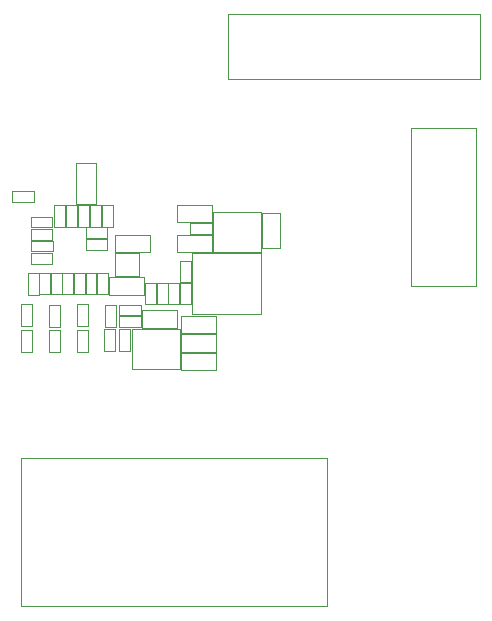
<source format=gbr>
G04 #@! TF.GenerationSoftware,KiCad,Pcbnew,8.0.0-rc1*
G04 #@! TF.CreationDate,2025-03-14T12:06:18+03:00*
G04 #@! TF.ProjectId,Movita_IO_Expansion_Board_V2.0,4d6f7669-7461-45f4-994f-5f457870616e,REV1*
G04 #@! TF.SameCoordinates,Original*
G04 #@! TF.FileFunction,Other,User*
%FSLAX46Y46*%
G04 Gerber Fmt 4.6, Leading zero omitted, Abs format (unit mm)*
G04 Created by KiCad (PCBNEW 8.0.0-rc1) date 2025-03-14 12:06:18*
%MOMM*%
%LPD*%
G01*
G04 APERTURE LIST*
%ADD10C,0.050000*%
G04 APERTURE END LIST*
D10*
X129319990Y-78969990D02*
X132279990Y-78969990D01*
X129319990Y-80429990D02*
X129319990Y-78969990D01*
X132279990Y-78969990D02*
X132279990Y-80429990D01*
X132279990Y-80429990D02*
X129319990Y-80429990D01*
X124060000Y-76980000D02*
X124980000Y-76980000D01*
X124060000Y-78800000D02*
X124060000Y-76980000D01*
X124980000Y-76980000D02*
X124980000Y-78800000D01*
X124980000Y-78800000D02*
X124060000Y-78800000D01*
X118292500Y-72230000D02*
X119212500Y-72230000D01*
X118292500Y-74050000D02*
X118292500Y-72230000D01*
X119212500Y-72230000D02*
X119212500Y-74050000D01*
X119212500Y-74050000D02*
X118292500Y-74050000D01*
X122830000Y-76980000D02*
X123750000Y-76980000D01*
X122830000Y-78800000D02*
X122830000Y-76980000D01*
X123750000Y-76980000D02*
X123750000Y-78800000D01*
X123750000Y-78800000D02*
X122830000Y-78800000D01*
X115780000Y-87918297D02*
X115780000Y-100418297D01*
X115780000Y-100418297D02*
X141680000Y-100418297D01*
X141680000Y-87918297D02*
X115780000Y-87918297D01*
X141680000Y-100418297D02*
X141680000Y-87918297D01*
X117312500Y-72230000D02*
X118232500Y-72230000D01*
X117312500Y-74050000D02*
X117312500Y-72230000D01*
X118232500Y-72230000D02*
X118232500Y-74050000D01*
X118232500Y-74050000D02*
X117312500Y-74050000D01*
X121590000Y-66490000D02*
X122510000Y-66490000D01*
X121590000Y-68310000D02*
X121590000Y-66490000D01*
X122510000Y-66490000D02*
X122510000Y-68310000D01*
X122510000Y-68310000D02*
X121590000Y-68310000D01*
X133262097Y-50340000D02*
X154602097Y-50340000D01*
X154602097Y-55840000D01*
X133262097Y-55840000D01*
X133262097Y-50340000D01*
X123192500Y-72600000D02*
X126152500Y-72600000D01*
X123192500Y-74060000D02*
X123192500Y-72600000D01*
X126152500Y-72600000D02*
X126152500Y-74060000D01*
X126152500Y-74060000D02*
X123192500Y-74060000D01*
X118120000Y-77020000D02*
X119060000Y-77020000D01*
X118120000Y-78880000D02*
X118120000Y-77020000D01*
X119060000Y-77020000D02*
X119060000Y-78880000D01*
X119060000Y-78880000D02*
X118120000Y-78880000D01*
X123720000Y-70510000D02*
X123720000Y-72510000D01*
X123720000Y-70510000D02*
X125720000Y-70510000D01*
X125720000Y-72510000D02*
X123720000Y-72510000D01*
X125720000Y-72510000D02*
X125720000Y-70510000D01*
X121229990Y-68379990D02*
X123049990Y-68379990D01*
X121229990Y-69299990D02*
X121229990Y-68379990D01*
X123049990Y-68379990D02*
X123049990Y-69299990D01*
X123049990Y-69299990D02*
X121229990Y-69299990D01*
X116600000Y-67460000D02*
X118420000Y-67460000D01*
X116600000Y-68380000D02*
X116600000Y-67460000D01*
X118420000Y-67460000D02*
X118420000Y-68380000D01*
X118420000Y-68380000D02*
X116600000Y-68380000D01*
X116332500Y-72240000D02*
X117252500Y-72240000D01*
X116332500Y-74060000D02*
X116332500Y-72240000D01*
X117252500Y-72240000D02*
X117252500Y-74060000D01*
X117252500Y-74060000D02*
X116332500Y-74060000D01*
X128940000Y-66460000D02*
X131900000Y-66460000D01*
X128940000Y-67920000D02*
X128940000Y-66460000D01*
X131900000Y-66460000D02*
X131900000Y-67920000D01*
X131900000Y-67920000D02*
X128940000Y-67920000D01*
X114999990Y-65290000D02*
X116819990Y-65290000D01*
X114999990Y-66210000D02*
X114999990Y-65290000D01*
X116819990Y-65290000D02*
X116819990Y-66210000D01*
X116819990Y-66210000D02*
X114999990Y-66210000D01*
X129240000Y-73070000D02*
X130160000Y-73070000D01*
X129240000Y-74890000D02*
X129240000Y-73070000D01*
X130160000Y-73070000D02*
X130160000Y-74890000D01*
X130160000Y-74890000D02*
X129240000Y-74890000D01*
X129340000Y-77420000D02*
X132300000Y-77420000D01*
X129340000Y-78880000D02*
X129340000Y-77420000D01*
X132300000Y-77420000D02*
X132300000Y-78880000D01*
X132300000Y-78880000D02*
X129340000Y-78880000D01*
X132000000Y-67060000D02*
X132000000Y-70460000D01*
X132000000Y-70460000D02*
X136100000Y-70460000D01*
X136100000Y-67060000D02*
X132000000Y-67060000D01*
X136100000Y-70460000D02*
X136100000Y-67060000D01*
X129240000Y-71180000D02*
X130160000Y-71180000D01*
X129240000Y-73000000D02*
X129240000Y-71180000D01*
X130160000Y-71180000D02*
X130160000Y-73000000D01*
X130160000Y-73000000D02*
X129240000Y-73000000D01*
X116600000Y-68480000D02*
X118420000Y-68480000D01*
X116600000Y-69400000D02*
X116600000Y-68480000D01*
X118420000Y-68480000D02*
X118420000Y-69400000D01*
X118420000Y-69400000D02*
X116600000Y-69400000D01*
X123729990Y-68989990D02*
X126689990Y-68989990D01*
X123729990Y-70449990D02*
X123729990Y-68989990D01*
X126689990Y-68989990D02*
X126689990Y-70449990D01*
X126689990Y-70449990D02*
X123729990Y-70449990D01*
X121232500Y-72230000D02*
X122152500Y-72230000D01*
X121232500Y-74050000D02*
X121232500Y-72230000D01*
X122152500Y-72230000D02*
X122152500Y-74050000D01*
X122152500Y-74050000D02*
X121232500Y-74050000D01*
X120500000Y-77020000D02*
X121440000Y-77020000D01*
X120500000Y-78880000D02*
X120500000Y-77020000D01*
X121440000Y-77020000D02*
X121440000Y-78880000D01*
X121440000Y-78880000D02*
X120500000Y-78880000D01*
X120590000Y-66490000D02*
X121510000Y-66490000D01*
X120590000Y-68310000D02*
X120590000Y-66490000D01*
X121510000Y-66490000D02*
X121510000Y-68310000D01*
X121510000Y-68310000D02*
X120590000Y-68310000D01*
X129340000Y-75885000D02*
X132300000Y-75885000D01*
X129340000Y-77345000D02*
X129340000Y-75885000D01*
X132300000Y-75885000D02*
X132300000Y-77345000D01*
X132300000Y-77345000D02*
X129340000Y-77345000D01*
X122860000Y-74960000D02*
X123800000Y-74960000D01*
X122860000Y-76820000D02*
X122860000Y-74960000D01*
X123800000Y-74960000D02*
X123800000Y-76820000D01*
X123800000Y-76820000D02*
X122860000Y-76820000D01*
X115740000Y-77040000D02*
X116680000Y-77040000D01*
X115740000Y-78900000D02*
X115740000Y-77040000D01*
X116680000Y-77040000D02*
X116680000Y-78900000D01*
X116680000Y-78900000D02*
X115740000Y-78900000D01*
X128970000Y-68990000D02*
X131930000Y-68990000D01*
X128970000Y-70450000D02*
X128970000Y-68990000D01*
X131930000Y-68990000D02*
X131930000Y-70450000D01*
X131930000Y-70450000D02*
X128970000Y-70450000D01*
X118110000Y-74930000D02*
X119050000Y-74930000D01*
X118110000Y-76790000D02*
X118110000Y-74930000D01*
X119050000Y-74930000D02*
X119050000Y-76790000D01*
X119050000Y-76790000D02*
X118110000Y-76790000D01*
X124080000Y-74910000D02*
X125900000Y-74910000D01*
X124080000Y-75830000D02*
X124080000Y-74910000D01*
X125900000Y-74910000D02*
X125900000Y-75830000D01*
X125900000Y-75830000D02*
X124080000Y-75830000D01*
X130100000Y-67990000D02*
X131920000Y-67990000D01*
X130100000Y-68910000D02*
X130100000Y-67990000D01*
X131920000Y-67990000D02*
X131920000Y-68910000D01*
X131920000Y-68910000D02*
X130100000Y-68910000D01*
X130226736Y-75690000D02*
X136096736Y-75690000D01*
X136096736Y-70570000D01*
X130226736Y-70570000D01*
X130226736Y-75690000D01*
X116610000Y-69490000D02*
X118430000Y-69490000D01*
X116610000Y-70410000D02*
X116610000Y-69490000D01*
X118430000Y-69490000D02*
X118430000Y-70410000D01*
X118430000Y-70410000D02*
X116610000Y-70410000D01*
X119272500Y-72230000D02*
X120192500Y-72230000D01*
X119272500Y-74050000D02*
X119272500Y-72230000D01*
X120192500Y-72230000D02*
X120192500Y-74050000D01*
X120192500Y-74050000D02*
X119272500Y-74050000D01*
X116590000Y-70510000D02*
X118410000Y-70510000D01*
X116590000Y-71430000D02*
X116590000Y-70510000D01*
X118410000Y-70510000D02*
X118410000Y-71430000D01*
X118410000Y-71430000D02*
X116590000Y-71430000D01*
X118560000Y-66490000D02*
X119480000Y-66490000D01*
X118560000Y-68310000D02*
X118560000Y-66490000D01*
X119480000Y-66490000D02*
X119480000Y-68310000D01*
X119480000Y-68310000D02*
X118560000Y-68310000D01*
X121229990Y-69379990D02*
X123049990Y-69379990D01*
X121229990Y-70299990D02*
X121229990Y-69379990D01*
X123049990Y-69379990D02*
X123049990Y-70299990D01*
X123049990Y-70299990D02*
X121229990Y-70299990D01*
X126035000Y-75390000D02*
X128995000Y-75390000D01*
X126035000Y-76850000D02*
X126035000Y-75390000D01*
X128995000Y-75390000D02*
X128995000Y-76850000D01*
X128995000Y-76850000D02*
X126035000Y-76850000D01*
X127250000Y-73070000D02*
X128170000Y-73070000D01*
X127250000Y-74890000D02*
X127250000Y-73070000D01*
X128170000Y-73070000D02*
X128170000Y-74890000D01*
X128170000Y-74890000D02*
X127250000Y-74890000D01*
X124070000Y-75890000D02*
X125890000Y-75890000D01*
X124070000Y-76810000D02*
X124070000Y-75890000D01*
X125890000Y-75890000D02*
X125890000Y-76810000D01*
X125890000Y-76810000D02*
X124070000Y-76810000D01*
X136199990Y-67139990D02*
X137659990Y-67139990D01*
X136199990Y-70099990D02*
X136199990Y-67139990D01*
X137659990Y-67139990D02*
X137659990Y-70099990D01*
X137659990Y-70099990D02*
X136199990Y-70099990D01*
X122620000Y-66490000D02*
X123540000Y-66490000D01*
X122620000Y-68310000D02*
X122620000Y-66490000D01*
X123540000Y-66490000D02*
X123540000Y-68310000D01*
X123540000Y-68310000D02*
X122620000Y-68310000D01*
X122212500Y-72230000D02*
X123132500Y-72230000D01*
X122212500Y-74050000D02*
X122212500Y-72230000D01*
X123132500Y-72230000D02*
X123132500Y-74050000D01*
X123132500Y-74050000D02*
X122212500Y-74050000D01*
X120252500Y-72230000D02*
X121172500Y-72230000D01*
X120252500Y-74050000D02*
X120252500Y-72230000D01*
X121172500Y-72230000D02*
X121172500Y-74050000D01*
X121172500Y-74050000D02*
X120252500Y-74050000D01*
X120500000Y-74860000D02*
X121440000Y-74860000D01*
X120500000Y-76720000D02*
X120500000Y-74860000D01*
X121440000Y-74860000D02*
X121440000Y-76720000D01*
X121440000Y-76720000D02*
X120500000Y-76720000D01*
X125120000Y-76977500D02*
X125120000Y-80377500D01*
X125120000Y-80377500D02*
X129220000Y-80377500D01*
X129220000Y-76977500D02*
X125120000Y-76977500D01*
X129220000Y-80377500D02*
X129220000Y-76977500D01*
X115750000Y-74860000D02*
X116690000Y-74860000D01*
X115750000Y-76720000D02*
X115750000Y-74860000D01*
X116690000Y-74860000D02*
X116690000Y-76720000D01*
X116690000Y-76720000D02*
X115750000Y-76720000D01*
X126240000Y-73070000D02*
X127160000Y-73070000D01*
X126240000Y-74890000D02*
X126240000Y-73070000D01*
X127160000Y-73070000D02*
X127160000Y-74890000D01*
X127160000Y-74890000D02*
X126240000Y-74890000D01*
X128240000Y-73070000D02*
X129160000Y-73070000D01*
X128240000Y-74890000D02*
X128240000Y-73070000D01*
X129160000Y-73070000D02*
X129160000Y-74890000D01*
X129160000Y-74890000D02*
X128240000Y-74890000D01*
X119580000Y-66480000D02*
X120500000Y-66480000D01*
X119580000Y-68300000D02*
X119580000Y-66480000D01*
X120500000Y-66480000D02*
X120500000Y-68300000D01*
X120500000Y-68300000D02*
X119580000Y-68300000D01*
X154310000Y-59960000D02*
X148810000Y-59960000D01*
X148810000Y-73300000D01*
X154310000Y-73300000D01*
X154310000Y-59960000D01*
X120380000Y-62910000D02*
X122080000Y-62910000D01*
X120380000Y-66410000D02*
X120380000Y-62910000D01*
X122080000Y-62910000D02*
X122080000Y-66410000D01*
X122080000Y-66410000D02*
X120380000Y-66410000D01*
M02*

</source>
